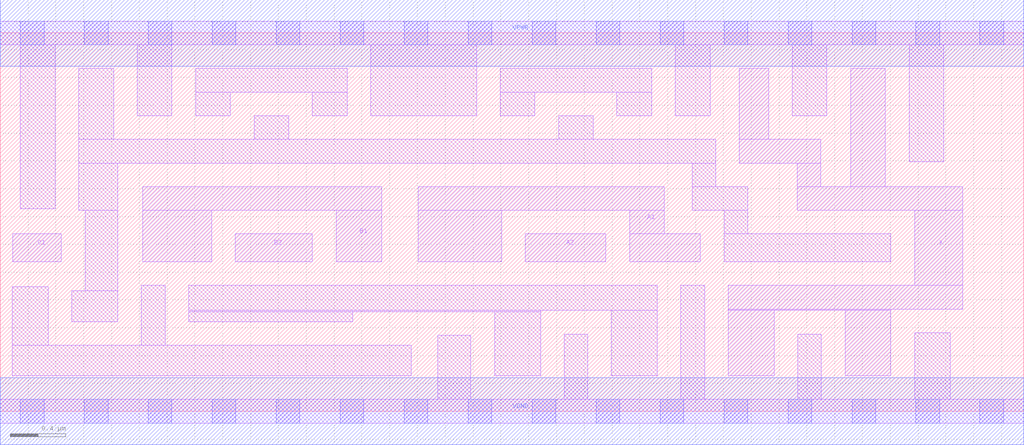
<source format=lef>
# Copyright 2020 The SkyWater PDK Authors
#
# Licensed under the Apache License, Version 2.0 (the "License");
# you may not use this file except in compliance with the License.
# You may obtain a copy of the License at
#
#     https://www.apache.org/licenses/LICENSE-2.0
#
# Unless required by applicable law or agreed to in writing, software
# distributed under the License is distributed on an "AS IS" BASIS,
# WITHOUT WARRANTIES OR CONDITIONS OF ANY KIND, either express or implied.
# See the License for the specific language governing permissions and
# limitations under the License.
#
# SPDX-License-Identifier: Apache-2.0

VERSION 5.7 ;
  NOWIREEXTENSIONATPIN ON ;
  DIVIDERCHAR "/" ;
  BUSBITCHARS "[]" ;
UNITS
  DATABASE MICRONS 200 ;
END UNITS
MACRO sky130_fd_sc_hd__o221a_4
  CLASS CORE ;
  FOREIGN sky130_fd_sc_hd__o221a_4 ;
  ORIGIN  0.000000  0.000000 ;
  SIZE  7.360000 BY  2.720000 ;
  SYMMETRY X Y R90 ;
  SITE unithd ;
  PIN A1
    ANTENNAGATEAREA  0.495000 ;
    DIRECTION INPUT ;
    USE SIGNAL ;
    PORT
      LAYER li1 ;
        RECT 3.005000 1.075000 3.605000 1.445000 ;
        RECT 3.005000 1.445000 4.775000 1.615000 ;
        RECT 4.525000 1.075000 5.035000 1.275000 ;
        RECT 4.525000 1.275000 4.775000 1.445000 ;
    END
  END A1
  PIN A2
    ANTENNAGATEAREA  0.495000 ;
    DIRECTION INPUT ;
    USE SIGNAL ;
    PORT
      LAYER li1 ;
        RECT 3.775000 1.075000 4.355000 1.275000 ;
    END
  END A2
  PIN B1
    ANTENNAGATEAREA  0.495000 ;
    DIRECTION INPUT ;
    USE SIGNAL ;
    PORT
      LAYER li1 ;
        RECT 1.025000 1.075000 1.520000 1.445000 ;
        RECT 1.025000 1.445000 2.745000 1.615000 ;
        RECT 2.415000 1.075000 2.745000 1.445000 ;
    END
  END B1
  PIN B2
    ANTENNAGATEAREA  0.495000 ;
    DIRECTION INPUT ;
    USE SIGNAL ;
    PORT
      LAYER li1 ;
        RECT 1.690000 1.075000 2.245000 1.275000 ;
    END
  END B2
  PIN C1
    ANTENNAGATEAREA  0.495000 ;
    DIRECTION INPUT ;
    USE SIGNAL ;
    PORT
      LAYER li1 ;
        RECT 0.090000 1.075000 0.440000 1.275000 ;
    END
  END C1
  PIN X
    ANTENNADIFFAREA  0.891000 ;
    DIRECTION OUTPUT ;
    USE SIGNAL ;
    PORT
      LAYER li1 ;
        RECT 5.235000 0.255000 5.565000 0.725000 ;
        RECT 5.235000 0.725000 6.405000 0.735000 ;
        RECT 5.235000 0.735000 6.920000 0.905000 ;
        RECT 5.315000 1.785000 5.900000 1.955000 ;
        RECT 5.315000 1.955000 5.525000 2.465000 ;
        RECT 5.730000 1.445000 6.920000 1.615000 ;
        RECT 5.730000 1.615000 5.900000 1.785000 ;
        RECT 6.075000 0.255000 6.405000 0.725000 ;
        RECT 6.115000 1.615000 6.365000 2.465000 ;
        RECT 6.575000 0.905000 6.920000 1.445000 ;
    END
  END X
  PIN VGND
    DIRECTION INOUT ;
    SHAPE ABUTMENT ;
    USE GROUND ;
    PORT
      LAYER met1 ;
        RECT 0.000000 -0.240000 7.360000 0.240000 ;
    END
  END VGND
  PIN VPWR
    DIRECTION INOUT ;
    SHAPE ABUTMENT ;
    USE POWER ;
    PORT
      LAYER met1 ;
        RECT 0.000000 2.480000 7.360000 2.960000 ;
    END
  END VPWR
  OBS
    LAYER li1 ;
      RECT 0.000000 -0.085000 7.360000 0.085000 ;
      RECT 0.000000  2.635000 7.360000 2.805000 ;
      RECT 0.085000  0.255000 2.955000 0.475000 ;
      RECT 0.085000  0.475000 0.345000 0.895000 ;
      RECT 0.145000  1.455000 0.395000 2.635000 ;
      RECT 0.515000  0.645000 0.845000 0.865000 ;
      RECT 0.565000  1.445000 0.845000 1.785000 ;
      RECT 0.565000  1.785000 5.145000 1.955000 ;
      RECT 0.565000  1.955000 0.815000 2.465000 ;
      RECT 0.610000  0.865000 0.845000 1.445000 ;
      RECT 0.985000  2.125000 1.235000 2.635000 ;
      RECT 1.015000  0.475000 1.185000 0.905000 ;
      RECT 1.355000  0.645000 2.535000 0.715000 ;
      RECT 1.355000  0.715000 3.885000 0.725000 ;
      RECT 1.355000  0.725000 4.725000 0.905000 ;
      RECT 1.405000  2.125000 1.655000 2.295000 ;
      RECT 1.405000  2.295000 2.495000 2.465000 ;
      RECT 1.825000  1.955000 2.075000 2.125000 ;
      RECT 2.245000  2.125000 2.495000 2.295000 ;
      RECT 2.665000  2.125000 3.425000 2.635000 ;
      RECT 3.145000  0.085000 3.385000 0.545000 ;
      RECT 3.555000  0.255000 3.885000 0.715000 ;
      RECT 3.595000  2.125000 3.845000 2.295000 ;
      RECT 3.595000  2.295000 4.685000 2.465000 ;
      RECT 4.015000  1.955000 4.265000 2.125000 ;
      RECT 4.055000  0.085000 4.225000 0.555000 ;
      RECT 4.395000  0.255000 4.725000 0.725000 ;
      RECT 4.435000  2.125000 4.685000 2.295000 ;
      RECT 4.855000  2.125000 5.105000 2.635000 ;
      RECT 4.895000  0.085000 5.065000 0.905000 ;
      RECT 4.975000  1.445000 5.375000 1.615000 ;
      RECT 4.975000  1.615000 5.145000 1.785000 ;
      RECT 5.205000  1.075000 6.405000 1.275000 ;
      RECT 5.205000  1.275000 5.375000 1.445000 ;
      RECT 5.695000  2.125000 5.945000 2.635000 ;
      RECT 5.735000  0.085000 5.905000 0.555000 ;
      RECT 6.535000  1.795000 6.785000 2.635000 ;
      RECT 6.575000  0.085000 6.830000 0.565000 ;
    LAYER mcon ;
      RECT 0.145000 -0.085000 0.315000 0.085000 ;
      RECT 0.145000  2.635000 0.315000 2.805000 ;
      RECT 0.605000 -0.085000 0.775000 0.085000 ;
      RECT 0.605000  2.635000 0.775000 2.805000 ;
      RECT 1.065000 -0.085000 1.235000 0.085000 ;
      RECT 1.065000  2.635000 1.235000 2.805000 ;
      RECT 1.525000 -0.085000 1.695000 0.085000 ;
      RECT 1.525000  2.635000 1.695000 2.805000 ;
      RECT 1.985000 -0.085000 2.155000 0.085000 ;
      RECT 1.985000  2.635000 2.155000 2.805000 ;
      RECT 2.445000 -0.085000 2.615000 0.085000 ;
      RECT 2.445000  2.635000 2.615000 2.805000 ;
      RECT 2.905000 -0.085000 3.075000 0.085000 ;
      RECT 2.905000  2.635000 3.075000 2.805000 ;
      RECT 3.365000 -0.085000 3.535000 0.085000 ;
      RECT 3.365000  2.635000 3.535000 2.805000 ;
      RECT 3.825000 -0.085000 3.995000 0.085000 ;
      RECT 3.825000  2.635000 3.995000 2.805000 ;
      RECT 4.285000 -0.085000 4.455000 0.085000 ;
      RECT 4.285000  2.635000 4.455000 2.805000 ;
      RECT 4.745000 -0.085000 4.915000 0.085000 ;
      RECT 4.745000  2.635000 4.915000 2.805000 ;
      RECT 5.205000 -0.085000 5.375000 0.085000 ;
      RECT 5.205000  2.635000 5.375000 2.805000 ;
      RECT 5.665000 -0.085000 5.835000 0.085000 ;
      RECT 5.665000  2.635000 5.835000 2.805000 ;
      RECT 6.125000 -0.085000 6.295000 0.085000 ;
      RECT 6.125000  2.635000 6.295000 2.805000 ;
      RECT 6.585000 -0.085000 6.755000 0.085000 ;
      RECT 6.585000  2.635000 6.755000 2.805000 ;
      RECT 7.045000 -0.085000 7.215000 0.085000 ;
      RECT 7.045000  2.635000 7.215000 2.805000 ;
  END
END sky130_fd_sc_hd__o221a_4
END LIBRARY

</source>
